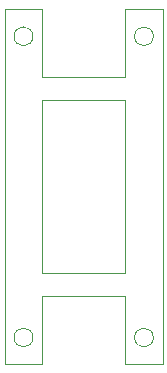
<source format=gbr>
%TF.GenerationSoftware,KiCad,Pcbnew,7.0.7*%
%TF.CreationDate,2023-10-04T11:27:22+02:00*%
%TF.ProjectId,_7mm_sleeper,5f376d6d-5f73-46c6-9565-7065722e6b69,rev?*%
%TF.SameCoordinates,Original*%
%TF.FileFunction,Profile,NP*%
%FSLAX46Y46*%
G04 Gerber Fmt 4.6, Leading zero omitted, Abs format (unit mm)*
G04 Created by KiCad (PCBNEW 7.0.7) date 2023-10-04 11:27:22*
%MOMM*%
%LPD*%
G01*
G04 APERTURE LIST*
%TA.AperFunction,Profile*%
%ADD10C,0.100000*%
%TD*%
G04 APERTURE END LIST*
D10*
X111600000Y-104600000D02*
X111600000Y-90000000D01*
X110800000Y-84600000D02*
G75*
G03*
X110800000Y-84600000I-800000J0D01*
G01*
X111600000Y-112300000D02*
X108400000Y-112300000D01*
X118600000Y-82300000D02*
X121800000Y-82300000D01*
X110800000Y-110100000D02*
G75*
G03*
X110800000Y-110100000I-800000J0D01*
G01*
X108400000Y-82300000D02*
X111600000Y-82300000D01*
X118600000Y-90000000D02*
X118600000Y-104600000D01*
X111600000Y-106600000D02*
X118600000Y-106600000D01*
X118600000Y-88000000D02*
X118600000Y-82300000D01*
X111600000Y-90000000D02*
X118600000Y-90000000D01*
X121000000Y-110100000D02*
G75*
G03*
X121000000Y-110100000I-800000J0D01*
G01*
X111600000Y-88000000D02*
X111600000Y-82300000D01*
X111600000Y-88000000D02*
X118600000Y-88000000D01*
X111600000Y-104600000D02*
X118600000Y-104600000D01*
X111600000Y-106600000D02*
X111600000Y-112300000D01*
X121000000Y-84600000D02*
G75*
G03*
X121000000Y-84600000I-800000J0D01*
G01*
X121800000Y-112300000D02*
X118600000Y-112300000D01*
X121800000Y-82300000D02*
X121800000Y-112300000D01*
X108400000Y-112300000D02*
X108400000Y-82300000D01*
X118600000Y-112300000D02*
X118600000Y-106600000D01*
M02*

</source>
